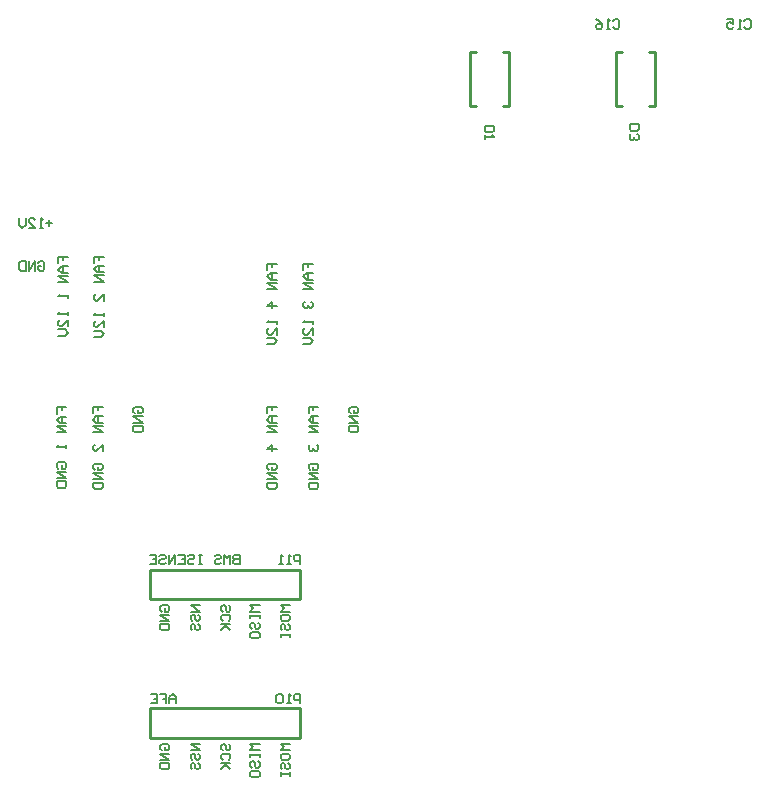
<source format=gbo>
G04*
G04 #@! TF.GenerationSoftware,Altium Limited,Altium Designer,18.1.9 (240)*
G04*
G04 Layer_Color=32896*
%FSLAX25Y25*%
%MOIN*%
G70*
G01*
G75*
%ADD14C,0.01000*%
%ADD15C,0.00591*%
D14*
X177234Y236205D02*
X179234D01*
X166234D02*
X168234D01*
X177234Y254205D02*
X179234D01*
Y236205D02*
Y254205D01*
X166234D02*
X168234D01*
X166234Y236205D02*
Y254205D01*
X226016Y236205D02*
X228016D01*
X215016D02*
X217016D01*
X226016Y254205D02*
X228016D01*
Y236205D02*
Y254205D01*
X215016D02*
X217016D01*
X215016Y236205D02*
Y254205D01*
X59488Y25512D02*
X109488D01*
X59488D02*
Y35311D01*
X109488D01*
Y25512D02*
Y35311D01*
X59488Y71772D02*
X109488D01*
X59488D02*
Y81571D01*
X109488D01*
Y71772D02*
Y81571D01*
D15*
X98778Y181366D02*
Y183465D01*
X100352D01*
Y182415D01*
Y183465D01*
X101927D01*
Y180316D02*
X99828D01*
X98778Y179267D01*
X99828Y178217D01*
X101927D01*
X100352D01*
Y180316D01*
X101927Y177167D02*
X98778D01*
X101927Y175068D01*
X98778D01*
X101927Y169296D02*
X98778D01*
X100352Y170870D01*
Y168771D01*
X101927Y164573D02*
Y163523D01*
Y164048D01*
X98778D01*
X99303Y164573D01*
X101927Y159850D02*
Y161949D01*
X99828Y159850D01*
X99303D01*
X98778Y160375D01*
Y161424D01*
X99303Y161949D01*
X98778Y158801D02*
X100877D01*
X101927Y157751D01*
X100877Y156702D01*
X98778D01*
X110786Y181366D02*
Y183465D01*
X112360D01*
Y182415D01*
Y183465D01*
X113934D01*
Y180316D02*
X111835D01*
X110786Y179267D01*
X111835Y178217D01*
X113934D01*
X112360D01*
Y180316D01*
X113934Y177167D02*
X110786D01*
X113934Y175068D01*
X110786D01*
X111311Y170870D02*
X110786Y170345D01*
Y169296D01*
X111311Y168771D01*
X111835D01*
X112360Y169296D01*
Y169821D01*
Y169296D01*
X112885Y168771D01*
X113409D01*
X113934Y169296D01*
Y170345D01*
X113409Y170870D01*
X113934Y164573D02*
Y163523D01*
Y164048D01*
X110786D01*
X111311Y164573D01*
X113934Y159850D02*
Y161949D01*
X111835Y159850D01*
X111311D01*
X110786Y160375D01*
Y161424D01*
X111311Y161949D01*
X110786Y158801D02*
X112885D01*
X113934Y157751D01*
X112885Y156702D01*
X110786D01*
X214043Y264435D02*
X214567Y264960D01*
X215617D01*
X216142Y264435D01*
Y262336D01*
X215617Y261811D01*
X214567D01*
X214043Y262336D01*
X212993Y261811D02*
X211944D01*
X212468D01*
Y264960D01*
X212993Y264435D01*
X208270Y264960D02*
X209320Y264435D01*
X210369Y263385D01*
Y262336D01*
X209844Y261811D01*
X208795D01*
X208270Y262336D01*
Y262861D01*
X208795Y263385D01*
X210369D01*
X257744Y264435D02*
X258268Y264960D01*
X259318D01*
X259842Y264435D01*
Y262336D01*
X259318Y261811D01*
X258268D01*
X257744Y262336D01*
X256694Y261811D02*
X255644D01*
X256169D01*
Y264960D01*
X256694Y264435D01*
X251971Y264960D02*
X254070D01*
Y263385D01*
X253021Y263910D01*
X252496D01*
X251971Y263385D01*
Y262336D01*
X252496Y261811D01*
X253545D01*
X254070Y262336D01*
X29097Y183637D02*
Y185736D01*
X30672D01*
Y184686D01*
Y185736D01*
X32246D01*
Y182587D02*
X30147D01*
X29097Y181538D01*
X30147Y180488D01*
X32246D01*
X30672D01*
Y182587D01*
X32246Y179439D02*
X29097D01*
X32246Y177339D01*
X29097D01*
X32246Y173141D02*
Y172092D01*
Y172617D01*
X29097D01*
X29622Y173141D01*
X32246Y167369D02*
Y166320D01*
Y166844D01*
X29097D01*
X29622Y167369D01*
X32246Y162646D02*
Y164745D01*
X30147Y162646D01*
X29622D01*
X29097Y163171D01*
Y164220D01*
X29622Y164745D01*
X29097Y161597D02*
X31196D01*
X32246Y160547D01*
X31196Y159497D01*
X29097D01*
X28589Y133559D02*
Y135658D01*
X30163D01*
Y134609D01*
Y135658D01*
X31738D01*
Y132510D02*
X29639D01*
X28589Y131460D01*
X29639Y130411D01*
X31738D01*
X30163D01*
Y132510D01*
X31738Y129361D02*
X28589D01*
X31738Y127262D01*
X28589D01*
X31738Y123064D02*
Y122014D01*
Y122539D01*
X28589D01*
X29114Y123064D01*
Y115193D02*
X28589Y115717D01*
Y116767D01*
X29114Y117292D01*
X31213D01*
X31738Y116767D01*
Y115717D01*
X31213Y115193D01*
X30163D01*
Y116242D01*
X31738Y114143D02*
X28589D01*
X31738Y112044D01*
X28589D01*
Y110994D02*
X31738D01*
Y109420D01*
X31213Y108895D01*
X29114D01*
X28589Y109420D01*
Y110994D01*
X98731Y133653D02*
Y135752D01*
X100305D01*
Y134703D01*
Y135752D01*
X101879D01*
Y132604D02*
X99780D01*
X98731Y131554D01*
X99780Y130505D01*
X101879D01*
X100305D01*
Y132604D01*
X101879Y129455D02*
X98731D01*
X101879Y127356D01*
X98731D01*
X101879Y121584D02*
X98731D01*
X100305Y123158D01*
Y121059D01*
X99256Y114762D02*
X98731Y115287D01*
Y116336D01*
X99256Y116861D01*
X101355D01*
X101879Y116336D01*
Y115287D01*
X101355Y114762D01*
X100305D01*
Y115811D01*
X101879Y113712D02*
X98731D01*
X101879Y111613D01*
X98731D01*
Y110564D02*
X101879D01*
Y108989D01*
X101355Y108465D01*
X99256D01*
X98731Y108989D01*
Y110564D01*
X174333Y229392D02*
X171184D01*
Y227818D01*
X171709Y227293D01*
X173808D01*
X174333Y227818D01*
Y229392D01*
X171184Y226243D02*
Y225194D01*
Y225719D01*
X174333D01*
X173808Y226243D01*
X219511Y229921D02*
X222659D01*
Y228347D01*
X222135Y227822D01*
X220036D01*
X219511Y228347D01*
Y229921D01*
X220036Y226773D02*
X219511Y226248D01*
Y225198D01*
X220036Y224674D01*
X220560D01*
X221085Y225198D01*
Y225723D01*
Y225198D01*
X221610Y224674D01*
X222135D01*
X222659Y225198D01*
Y226248D01*
X222135Y226773D01*
X112529Y133653D02*
Y135752D01*
X114103D01*
Y134703D01*
Y135752D01*
X115678D01*
Y132604D02*
X113579D01*
X112529Y131554D01*
X113579Y130505D01*
X115678D01*
X114103D01*
Y132604D01*
X115678Y129455D02*
X112529D01*
X115678Y127356D01*
X112529D01*
X113054Y123158D02*
X112529Y122633D01*
Y121584D01*
X113054Y121059D01*
X113579D01*
X114103Y121584D01*
Y122108D01*
Y121584D01*
X114628Y121059D01*
X115153D01*
X115678Y121584D01*
Y122633D01*
X115153Y123158D01*
X113054Y114762D02*
X112529Y115287D01*
Y116336D01*
X113054Y116861D01*
X115153D01*
X115678Y116336D01*
Y115287D01*
X115153Y114762D01*
X114103D01*
Y115811D01*
X115678Y113712D02*
X112529D01*
X115678Y111613D01*
X112529D01*
Y110564D02*
X115678D01*
Y108989D01*
X115153Y108465D01*
X113054D01*
X112529Y108989D01*
Y110564D01*
X126504Y133653D02*
X125979Y134178D01*
Y135228D01*
X126504Y135752D01*
X128603D01*
X129128Y135228D01*
Y134178D01*
X128603Y133653D01*
X127554D01*
Y134703D01*
X129128Y132604D02*
X125979D01*
X129128Y130505D01*
X125979D01*
Y129455D02*
X129128D01*
Y127881D01*
X128603Y127356D01*
X126504D01*
X125979Y127881D01*
Y129455D01*
X54654Y133653D02*
X54129Y134178D01*
Y135228D01*
X54654Y135752D01*
X56753D01*
X57278Y135228D01*
Y134178D01*
X56753Y133653D01*
X55703D01*
Y134703D01*
X57278Y132604D02*
X54129D01*
X57278Y130505D01*
X54129D01*
Y129455D02*
X57278D01*
Y127881D01*
X56753Y127356D01*
X54654D01*
X54129Y127881D01*
Y129455D01*
X41093Y183792D02*
Y185891D01*
X42667D01*
Y184842D01*
Y185891D01*
X44242D01*
Y182742D02*
X42143D01*
X41093Y181693D01*
X42143Y180643D01*
X44242D01*
X42667D01*
Y182742D01*
X44242Y179594D02*
X41093D01*
X44242Y177495D01*
X41093D01*
X44242Y171198D02*
Y173297D01*
X42143Y171198D01*
X41618D01*
X41093Y171722D01*
Y172772D01*
X41618Y173297D01*
X44242Y166999D02*
Y165950D01*
Y166475D01*
X41093D01*
X41618Y166999D01*
X44242Y162277D02*
Y164376D01*
X42143Y162277D01*
X41618D01*
X41093Y162801D01*
Y163851D01*
X41618Y164376D01*
X41093Y161227D02*
X43192D01*
X44242Y160178D01*
X43192Y159128D01*
X41093D01*
X40679Y133653D02*
Y135752D01*
X42253D01*
Y134703D01*
Y135752D01*
X43827D01*
Y132604D02*
X41728D01*
X40679Y131554D01*
X41728Y130505D01*
X43827D01*
X42253D01*
Y132604D01*
X43827Y129455D02*
X40679D01*
X43827Y127356D01*
X40679D01*
X43827Y121059D02*
Y123158D01*
X41728Y121059D01*
X41204D01*
X40679Y121584D01*
Y122633D01*
X41204Y123158D01*
Y114762D02*
X40679Y115287D01*
Y116336D01*
X41204Y116861D01*
X43303D01*
X43827Y116336D01*
Y115287D01*
X43303Y114762D01*
X42253D01*
Y115811D01*
X43827Y113712D02*
X40679D01*
X43827Y111613D01*
X40679D01*
Y110564D02*
X43827D01*
Y108989D01*
X43303Y108465D01*
X41204D01*
X40679Y108989D01*
Y110564D01*
X27071Y197033D02*
X24972D01*
X26022Y198082D02*
Y195984D01*
X23923Y195459D02*
X22873D01*
X23398D01*
Y198607D01*
X23923Y198082D01*
X19200Y195459D02*
X21299D01*
X19200Y197558D01*
Y198082D01*
X19725Y198607D01*
X20774D01*
X21299Y198082D01*
X18150Y198607D02*
Y196508D01*
X17101Y195459D01*
X16051Y196508D01*
Y198607D01*
X22349Y183831D02*
X22873Y184356D01*
X23923D01*
X24448Y183831D01*
Y181732D01*
X23923Y181207D01*
X22873D01*
X22349Y181732D01*
Y182781D01*
X23398D01*
X21299Y181207D02*
Y184356D01*
X19200Y181207D01*
Y184356D01*
X18150D02*
Y181207D01*
X16576D01*
X16051Y181732D01*
Y183831D01*
X16576Y184356D01*
X18150D01*
X89567Y86490D02*
Y83342D01*
X87993D01*
X87468Y83867D01*
Y84391D01*
X87993Y84916D01*
X89567D01*
X87993D01*
X87468Y85441D01*
Y85966D01*
X87993Y86490D01*
X89567D01*
X86418Y83342D02*
Y86490D01*
X85369Y85441D01*
X84319Y86490D01*
Y83342D01*
X81171Y85966D02*
X81695Y86490D01*
X82745D01*
X83270Y85966D01*
Y85441D01*
X82745Y84916D01*
X81695D01*
X81171Y84391D01*
Y83867D01*
X81695Y83342D01*
X82745D01*
X83270Y83867D01*
X76973Y86490D02*
X75923D01*
X76448D01*
Y83342D01*
X76973D01*
X75923D01*
X72250Y85966D02*
X72774Y86490D01*
X73824D01*
X74349Y85966D01*
Y85441D01*
X73824Y84916D01*
X72774D01*
X72250Y84391D01*
Y83867D01*
X72774Y83342D01*
X73824D01*
X74349Y83867D01*
X69101Y86490D02*
X71200D01*
Y83342D01*
X69101D01*
X71200Y84916D02*
X70151D01*
X68051Y83342D02*
Y86490D01*
X65952Y83342D01*
Y86490D01*
X62804Y85966D02*
X63329Y86490D01*
X64378D01*
X64903Y85966D01*
Y85441D01*
X64378Y84916D01*
X63329D01*
X62804Y84391D01*
Y83867D01*
X63329Y83342D01*
X64378D01*
X64903Y83867D01*
X59655Y86490D02*
X61754D01*
Y83342D01*
X59655D01*
X61754Y84916D02*
X60705D01*
X68240Y36937D02*
Y39036D01*
X67190Y40086D01*
X66141Y39036D01*
Y36937D01*
Y38511D01*
X68240D01*
X62992Y40086D02*
X65091D01*
Y38511D01*
X64042D01*
X65091D01*
Y36937D01*
X59843Y40086D02*
X61942D01*
Y36937D01*
X59843D01*
X61942Y38511D02*
X60893D01*
X106299Y23388D02*
X103151D01*
X104200Y22338D01*
X103151Y21289D01*
X106299D01*
X103151Y18665D02*
Y19714D01*
X103675Y20239D01*
X105774D01*
X106299Y19714D01*
Y18665D01*
X105774Y18140D01*
X103675D01*
X103151Y18665D01*
X103675Y14991D02*
X103151Y15516D01*
Y16566D01*
X103675Y17090D01*
X104200D01*
X104725Y16566D01*
Y15516D01*
X105250Y14991D01*
X105774D01*
X106299Y15516D01*
Y16566D01*
X105774Y17090D01*
X103151Y13942D02*
Y12892D01*
Y13417D01*
X106299D01*
Y13942D01*
Y12892D01*
X96152Y23388D02*
X93003D01*
X94053Y22338D01*
X93003Y21289D01*
X96152D01*
X93003Y20239D02*
Y19190D01*
Y19714D01*
X96152D01*
Y20239D01*
Y19190D01*
X93528Y15516D02*
X93003Y16041D01*
Y17090D01*
X93528Y17615D01*
X94053D01*
X94578Y17090D01*
Y16041D01*
X95102Y15516D01*
X95627D01*
X96152Y16041D01*
Y17090D01*
X95627Y17615D01*
X93003Y12892D02*
Y13942D01*
X93528Y14467D01*
X95627D01*
X96152Y13942D01*
Y12892D01*
X95627Y12368D01*
X93528D01*
X93003Y12892D01*
X83833Y21289D02*
X83308Y21813D01*
Y22863D01*
X83833Y23388D01*
X84358D01*
X84882Y22863D01*
Y21813D01*
X85407Y21289D01*
X85932D01*
X86457Y21813D01*
Y22863D01*
X85932Y23388D01*
X83833Y18140D02*
X83308Y18665D01*
Y19714D01*
X83833Y20239D01*
X85932D01*
X86457Y19714D01*
Y18665D01*
X85932Y18140D01*
X83308Y17090D02*
X86457D01*
X85407D01*
X83308Y14991D01*
X84882Y16566D01*
X86457Y14991D01*
X76304Y23388D02*
X73155D01*
X76304Y21289D01*
X73155D01*
X73680Y18140D02*
X73155Y18665D01*
Y19714D01*
X73680Y20239D01*
X74205D01*
X74729Y19714D01*
Y18665D01*
X75254Y18140D01*
X75779D01*
X76304Y18665D01*
Y19714D01*
X75779Y20239D01*
X73680Y14991D02*
X73155Y15516D01*
Y16566D01*
X73680Y17090D01*
X74205D01*
X74729Y16566D01*
Y15516D01*
X75254Y14991D01*
X75779D01*
X76304Y15516D01*
Y16566D01*
X75779Y17090D01*
X63518Y21289D02*
X62993Y21813D01*
Y22863D01*
X63518Y23388D01*
X65617D01*
X66142Y22863D01*
Y21813D01*
X65617Y21289D01*
X64567D01*
Y22338D01*
X66142Y20239D02*
X62993D01*
X66142Y18140D01*
X62993D01*
Y17090D02*
X66142D01*
Y15516D01*
X65617Y14991D01*
X63518D01*
X62993Y15516D01*
Y17090D01*
X63518Y67549D02*
X62993Y68073D01*
Y69123D01*
X63518Y69648D01*
X65617D01*
X66142Y69123D01*
Y68073D01*
X65617Y67549D01*
X64567D01*
Y68598D01*
X66142Y66499D02*
X62993D01*
X66142Y64400D01*
X62993D01*
Y63350D02*
X66142D01*
Y61776D01*
X65617Y61251D01*
X63518D01*
X62993Y61776D01*
Y63350D01*
X76304Y69648D02*
X73155D01*
X76304Y67549D01*
X73155D01*
X73680Y64400D02*
X73155Y64925D01*
Y65974D01*
X73680Y66499D01*
X74205D01*
X74729Y65974D01*
Y64925D01*
X75254Y64400D01*
X75779D01*
X76304Y64925D01*
Y65974D01*
X75779Y66499D01*
X73680Y61251D02*
X73155Y61776D01*
Y62826D01*
X73680Y63350D01*
X74205D01*
X74729Y62826D01*
Y61776D01*
X75254Y61251D01*
X75779D01*
X76304Y61776D01*
Y62826D01*
X75779Y63350D01*
X83833Y67549D02*
X83308Y68073D01*
Y69123D01*
X83833Y69648D01*
X84358D01*
X84882Y69123D01*
Y68073D01*
X85407Y67549D01*
X85932D01*
X86457Y68073D01*
Y69123D01*
X85932Y69648D01*
X83833Y64400D02*
X83308Y64925D01*
Y65974D01*
X83833Y66499D01*
X85932D01*
X86457Y65974D01*
Y64925D01*
X85932Y64400D01*
X83308Y63350D02*
X86457D01*
X85407D01*
X83308Y61251D01*
X84882Y62826D01*
X86457Y61251D01*
X96152Y69648D02*
X93003D01*
X94053Y68598D01*
X93003Y67549D01*
X96152D01*
X93003Y66499D02*
Y65449D01*
Y65974D01*
X96152D01*
Y66499D01*
Y65449D01*
X93528Y61776D02*
X93003Y62301D01*
Y63350D01*
X93528Y63875D01*
X94053D01*
X94578Y63350D01*
Y62301D01*
X95102Y61776D01*
X95627D01*
X96152Y62301D01*
Y63350D01*
X95627Y63875D01*
X93003Y59152D02*
Y60202D01*
X93528Y60726D01*
X95627D01*
X96152Y60202D01*
Y59152D01*
X95627Y58627D01*
X93528D01*
X93003Y59152D01*
X106299Y69648D02*
X103151D01*
X104200Y68598D01*
X103151Y67549D01*
X106299D01*
X103151Y64925D02*
Y65974D01*
X103675Y66499D01*
X105774D01*
X106299Y65974D01*
Y64925D01*
X105774Y64400D01*
X103675D01*
X103151Y64925D01*
X103675Y61251D02*
X103151Y61776D01*
Y62826D01*
X103675Y63350D01*
X104200D01*
X104725Y62826D01*
Y61776D01*
X105250Y61251D01*
X105774D01*
X106299Y61776D01*
Y62826D01*
X105774Y63350D01*
X103151Y60202D02*
Y59152D01*
Y59677D01*
X106299D01*
Y60202D01*
Y59152D01*
X109631Y83342D02*
Y86490D01*
X108056D01*
X107532Y85966D01*
Y84916D01*
X108056Y84391D01*
X109631D01*
X106482Y83342D02*
X105433D01*
X105957D01*
Y86490D01*
X106482Y85966D01*
X103858Y83342D02*
X102809D01*
X103333D01*
Y86490D01*
X103858Y85966D01*
X109631Y36937D02*
Y40086D01*
X108056D01*
X107532Y39561D01*
Y38511D01*
X108056Y37986D01*
X109631D01*
X106482Y36937D02*
X105433D01*
X105957D01*
Y40086D01*
X106482Y39561D01*
X103858D02*
X103333Y40086D01*
X102284D01*
X101759Y39561D01*
Y37462D01*
X102284Y36937D01*
X103333D01*
X103858Y37462D01*
Y39561D01*
M02*

</source>
